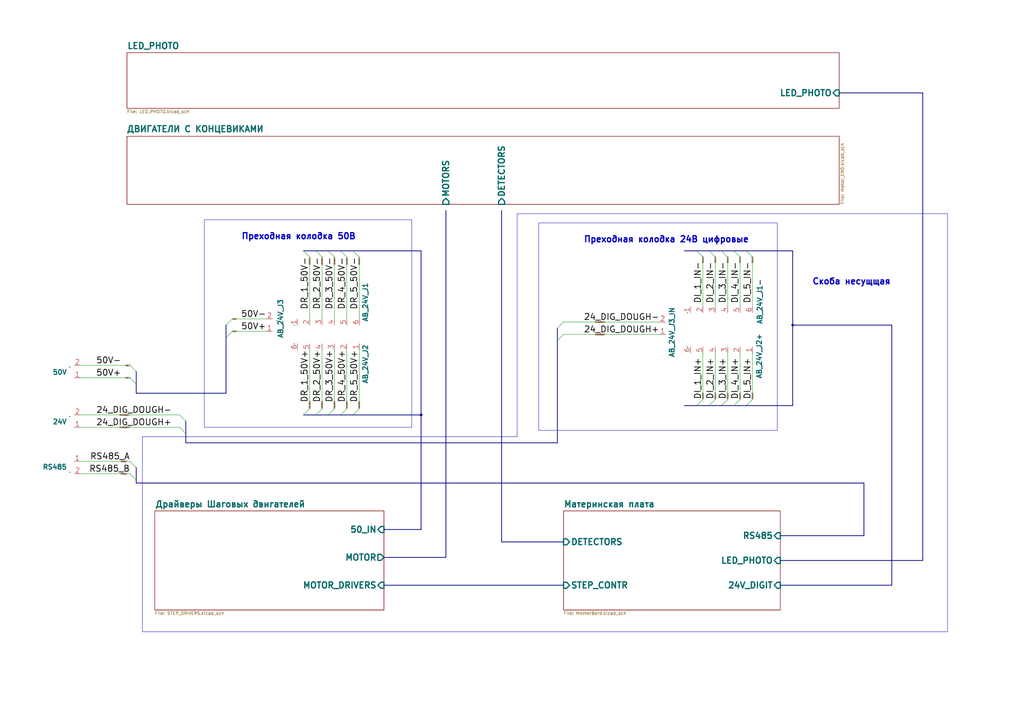
<source format=kicad_sch>
(kicad_sch (version 20231120) (generator "eeschema") (generator_version "8.0")
  (paper "A3")
  (lib_symbols
    (symbol "Connector:Conn_01x02_(wide)"
      (property "Reference" "J" (at 0 0 0))
      (symbol "Conn_01x02_(wide)_1_1"
        (pin input line (at -2.54 -5.08 0) (length 2.54) (name "") (number "1"))
        (pin input line (at -2.54 -10.16 0) (length 2.54) (name "") (number "2"))
      )
    )
    (symbol "Connector:Conn_01x06_(wide)"
      (property "Reference" "J" (at 0 0 0))
      (symbol "Conn_01x06_(wide)_1_1"
        (pin input line (at -2.54 -5.08 0) (length 2.54) (name "") (number "1"))
        (pin input line (at -2.54 -10.16 0) (length 2.54) (name "") (number "2"))
        (pin input line (at -2.54 -15.24 0) (length 2.54) (name "") (number "3"))
        (pin input line (at -2.54 -20.32 0) (length 2.54) (name "") (number "4"))
        (pin input line (at -2.54 -25.4 0) (length 2.54) (name "") (number "5"))
        (pin input line (at -2.54 -30.48 0) (length 2.54) (name "") (number "6"))
      )
    )
  )
  (junction (at 325.12 133.35))
  (junction (at 172.72 170.18))
  (bus_entry (at 288.29 105.41) (size -2.54 -2.54))
  (bus_entry (at 298.45 105.41) (size -2.54 -2.54))
  (bus_entry (at 92.71 138.43) (size 2.54 -2.54))
  (bus_entry (at 308.61 105.41) (size -2.54 -2.54))
  (bus_entry (at 127 105.41) (size -2.54 -2.54))
  (bus_entry (at 134.62 170.18) (size 2.54 -2.54))
  (bus_entry (at 303.53 105.41) (size -2.54 -2.54))
  (bus_entry (at 285.75 166.37) (size 2.54 -2.54))
  (bus_entry (at 147.32 105.41) (size -2.54 -2.54))
  (bus_entry (at 290.83 166.37) (size 2.54 -2.54))
  (bus_entry (at 73.66 175.26) (size 2.54 2.54))
  (bus_entry (at 295.91 166.37) (size 2.54 -2.54))
  (bus_entry (at 144.78 170.18) (size 2.54 -2.54))
  (bus_entry (at 92.71 133.35) (size 2.54 -2.54))
  (bus_entry (at 53.34 189.23) (size 2.54 2.54))
  (bus_entry (at 124.46 170.18) (size 2.54 -2.54))
  (bus_entry (at 293.37 105.41) (size -2.54 -2.54))
  (bus_entry (at 132.08 105.41) (size -2.54 -2.54))
  (bus_entry (at 137.16 105.41) (size -2.54 -2.54))
  (bus_entry (at 139.7 170.18) (size 2.54 -2.54))
  (bus_entry (at 53.34 194.31) (size 2.54 2.54))
  (bus_entry (at 129.54 170.18) (size 2.54 -2.54))
  (bus_entry (at 300.99 166.37) (size 2.54 -2.54))
  (bus_entry (at 228.6 134.62) (size 2.54 -2.54))
  (bus_entry (at 228.6 139.7) (size 2.54 -2.54))
  (bus_entry (at 142.24 105.41) (size -2.54 -2.54))
  (bus_entry (at 53.34 154.94) (size 2.54 2.54))
  (bus_entry (at 53.34 149.86) (size 2.54 2.54))
  (bus_entry (at 306.07 166.37) (size 2.54 -2.54))
  (bus_entry (at 73.66 170.18) (size 2.54 2.54))
  (wire (pts (xy 53.34 154.94) (xy 33.02 154.94)))
  (wire (pts (xy 303.53 125.73) (xy 303.53 105.41)))
  (wire (pts (xy 298.45 125.73) (xy 298.45 105.41)))
  (bus (pts (xy 228.6 139.7) (xy 228.6 181.61)))
  (wire (pts (xy 33.02 194.31) (xy 53.34 194.31)))
  (wire (pts (xy 137.16 130.81) (xy 137.16 105.41)))
  (wire (pts (xy 142.24 167.64) (xy 142.24 143.51)))
  (bus (pts (xy 365.76 133.35) (xy 365.76 240.03)))
  (polyline (pts (xy 388.62 259.08) (xy 388.62 87.63)))
  (wire (pts (xy 308.61 125.73) (xy 308.61 105.41)))
  (bus (pts (xy 290.83 102.87) (xy 285.75 102.87)))
  (bus (pts (xy 129.54 102.87) (xy 134.62 102.87)))
  (wire (pts (xy 33.02 170.18) (xy 73.66 170.18)))
  (wire (pts (xy 298.45 163.83) (xy 298.45 144.78)))
  (wire (pts (xy 127 167.64) (xy 127 143.51)))
  (bus (pts (xy 306.07 102.87) (xy 325.12 102.87)))
  (bus (pts (xy 55.88 191.77) (xy 55.88 196.85)))
  (bus (pts (xy 144.78 170.18) (xy 172.72 170.18)))
  (polyline (pts (xy 58.42 179.07) (xy 58.42 189.23)))
  (wire (pts (xy 231.14 137.16) (xy 270.51 137.16)))
  (bus (pts (xy 76.2 181.61) (xy 76.2 177.8)))
  (wire (pts (xy 33.02 189.23) (xy 53.34 189.23)))
  (bus (pts (xy 295.91 102.87) (xy 300.99 102.87)))
  (wire (pts (xy 95.25 135.89) (xy 109.22 135.89)))
  (bus (pts (xy 76.2 181.61) (xy 228.6 181.61)))
  (wire (pts (xy 132.08 167.64) (xy 132.08 143.51)))
  (bus (pts (xy 55.88 157.48) (xy 55.88 161.29)))
  (bus (pts (xy 325.12 133.35) (xy 365.76 133.35)))
  (bus (pts (xy 344.17 38.1) (xy 378.46 38.1)))
  (bus (pts (xy 231.14 222.25) (xy 205.74 222.25)))
  (bus (pts (xy 320.04 219.71) (xy 354.33 219.71)))
  (bus (pts (xy 306.07 166.37) (xy 325.12 166.37)))
  (wire (pts (xy 147.32 130.81) (xy 147.32 105.41)))
  (bus (pts (xy 378.46 38.1) (xy 378.46 229.87)))
  (wire (pts (xy 137.16 167.64) (xy 137.16 143.51)))
  (bus (pts (xy 92.71 133.35) (xy 92.71 138.43)))
  (bus (pts (xy 134.62 170.18) (xy 139.7 170.18)))
  (bus (pts (xy 55.88 152.4) (xy 55.88 157.48)))
  (bus (pts (xy 76.2 172.72) (xy 76.2 177.8)))
  (bus (pts (xy 295.91 166.37) (xy 290.83 166.37)))
  (bus (pts (xy 172.72 102.87) (xy 172.72 170.18)))
  (wire (pts (xy 308.61 163.83) (xy 308.61 144.78)))
  (bus (pts (xy 290.83 166.37) (xy 285.75 166.37)))
  (bus (pts (xy 124.46 170.18) (xy 129.54 170.18)))
  (bus (pts (xy 92.71 138.43) (xy 92.71 161.29)))
  (polyline (pts (xy 388.62 87.63) (xy 212.09 87.63)))
  (bus (pts (xy 157.48 228.6) (xy 182.88 228.6)))
  (polyline (pts (xy 58.42 259.08) (xy 388.62 259.08)))
  (bus (pts (xy 129.54 170.18) (xy 134.62 170.18)))
  (wire (pts (xy 293.37 163.83) (xy 293.37 144.78)))
  (bus (pts (xy 280.67 102.87) (xy 285.75 102.87)))
  (bus (pts (xy 295.91 166.37) (xy 300.99 166.37)))
  (bus (pts (xy 290.83 102.87) (xy 295.91 102.87)))
  (bus (pts (xy 325.12 133.35) (xy 325.12 166.37)))
  (wire (pts (xy 127 130.81) (xy 127 105.41)))
  (bus (pts (xy 134.62 102.87) (xy 139.7 102.87)))
  (polyline (pts (xy 212.09 87.63) (xy 212.09 179.07)))
  (wire (pts (xy 288.29 125.73) (xy 288.29 105.41)))
  (bus (pts (xy 55.88 161.29) (xy 92.71 161.29)))
  (bus (pts (xy 205.74 86.36) (xy 205.74 222.25)))
  (bus (pts (xy 300.99 166.37) (xy 306.07 166.37)))
  (bus (pts (xy 354.33 219.71) (xy 354.33 198.12)))
  (wire (pts (xy 303.53 163.83) (xy 303.53 144.78)))
  (wire (pts (xy 95.25 130.81) (xy 109.22 130.81)))
  (wire (pts (xy 142.24 130.81) (xy 142.24 105.41)))
  (bus (pts (xy 144.78 102.87) (xy 172.72 102.87)))
  (polyline (pts (xy 58.42 189.23) (xy 58.42 259.08)))
  (polyline (pts (xy 212.09 179.07) (xy 58.42 179.07)))
  (bus (pts (xy 139.7 170.18) (xy 144.78 170.18)))
  (wire (pts (xy 132.08 130.81) (xy 132.08 105.41)))
  (bus (pts (xy 172.72 217.17) (xy 157.48 217.17)))
  (bus (pts (xy 280.67 166.37) (xy 285.75 166.37)))
  (bus (pts (xy 172.72 170.18) (xy 172.72 217.17)))
  (bus (pts (xy 300.99 102.87) (xy 306.07 102.87)))
  (wire (pts (xy 231.14 132.08) (xy 270.51 132.08)))
  (bus (pts (xy 139.7 102.87) (xy 144.78 102.87)))
  (bus (pts (xy 378.46 229.87) (xy 320.04 229.87)))
  (bus (pts (xy 124.46 102.87) (xy 129.54 102.87)))
  (bus (pts (xy 228.6 139.7) (xy 228.6 134.62)))
  (wire (pts (xy 293.37 125.73) (xy 293.37 105.41)))
  (bus (pts (xy 365.76 240.03) (xy 320.04 240.03)))
  (bus (pts (xy 325.12 102.87) (xy 325.12 133.35)))
  (bus (pts (xy 55.88 198.12) (xy 354.33 198.12)))
  (wire (pts (xy 147.32 167.64) (xy 147.32 143.51)))
  (bus (pts (xy 182.88 86.36) (xy 182.88 228.6)))
  (bus (pts (xy 55.88 196.85) (xy 55.88 198.12)))
  (bus (pts (xy 157.48 240.03) (xy 231.14 240.03)))
  (wire (pts (xy 73.66 175.26) (xy 33.02 175.26)))
  (wire (pts (xy 288.29 163.83) (xy 288.29 144.78)))
  (wire (pts (xy 53.34 149.86) (xy 33.02 149.86)))
  (rectangle (start 220.98 91.44) (end 318.77 176.53))
  (rectangle (start 83.82 175.26) (end 168.91 90.17))
  (text "Скоба несущщая" (at 349.25 115.57 0) (effects (font (size 2.5 2.5) (thickness 0.5) (bold yes))))
  (text "Преходная колодка 50В " (at 123.444 97.028 0) (effects (font (size 2.5 2.5) (thickness 0.5) (bold yes))))
  (text "Преходная колодка 24В цифровые" (at 273.304 98.298 0) (effects (font (size 2.5 2.5) (thickness 0.5) (bold yes))))
  (label "DR_4_50V-" (at 142.24 127 90) (effects (font (size 2.5 2.5) (thickness 0.3125))))
  (label "DR_1_50V+" (at 127 143.51 270) (effects (font (size 2.5 2.5) (thickness 0.3125))))
  (label "DI_2_IN-" (at 293.37 124.46 90) (effects (font (size 2.5 2.5) (thickness 0.3125))))
  (label "24_DIG_DOUGH-" (at 270.51 132.08 180) (effects (font (size 2.5 2.5) (thickness 0.3125))))
  (label "DI_3_IN+" (at 298.45 163.83 90) (effects (font (size 2.5 2.5) (thickness 0.3125))))
  (label "DR_2_50V-" (at 132.08 127 90) (effects (font (size 2.5 2.5) (thickness 0.3125))))
  (label "DR_5_50V+" (at 147.32 143.51 270) (effects (font (size 2.5 2.5) (thickness 0.3125))))
  (label "DR_2_50V+" (at 132.08 143.51 270) (effects (font (size 2.5 2.5) (thickness 0.3125))))
  (label "RS485_A" (at 53.34 189.23 180) (effects (font (size 2.5 2.5) (thickness 0.3125))))
  (label "50V+" (at 109.22 135.89 180) (effects (font (size 2.5 2.5) (thickness 0.3125))))
  (label "DI_2_IN+" (at 293.37 163.83 90) (effects (font (size 2.5 2.5) (thickness 0.3125))))
  (label "RS485_B" (at 53.34 194.31 180) (effects (font (size 2.5 2.5) (thickness 0.3125))))
  (label "DI_4_IN-" (at 303.53 124.46 90) (effects (font (size 2.5 2.5) (thickness 0.3125))))
  (label "DI_5_IN-" (at 308.61 124.46 90) (effects (font (size 2.5 2.5) (thickness 0.3125))))
  (label "DR_4_50V+" (at 142.24 143.51 270) (effects (font (size 2.5 2.5) (thickness 0.3125))))
  (label "50V-" (at 39.37 149.86 0) (effects (font (size 2.5 2.5) (thickness 0.3125))))
  (label "24_DIG_DOUGH+" (at 270.51 137.16 180) (effects (font (size 2.5 2.5) (thickness 0.3125))))
  (label "DR_3_50V+" (at 137.16 143.51 270) (effects (font (size 2.5 2.5) (thickness 0.3125))))
  (label "24_DIG_DOUGH+" (at 39.37 175.26 0) (effects (font (size 2.5 2.5) (thickness 0.3125))))
  (label "DI_1_IN+" (at 288.29 163.83 90) (effects (font (size 2.5 2.5) (thickness 0.3125))))
  (label "50V-" (at 109.22 130.81 180) (effects (font (size 2.5 2.5) (thickness 0.3125))))
  (label "24_DIG_DOUGH-" (at 39.37 170.18 0) (effects (font (size 2.5 2.5) (thickness 0.3125))))
  (label "DR_5_50V-" (at 147.32 127 90) (effects (font (size 2.5 2.5) (thickness 0.3125))))
  (label "DI_5_IN+" (at 308.61 163.83 90) (effects (font (size 2.5 2.5) (thickness 0.3125))))
  (label "DR_3_50V-" (at 137.16 127 90) (effects (font (size 2.5 2.5) (thickness 0.3125))))
  (label "DI_3_IN-" (at 298.45 124.46 90) (effects (font (size 2.5 2.5) (thickness 0.3125))))
  (label "50V+" (at 39.37 154.94 0) (effects (font (size 2.5 2.5) (thickness 0.3125))))
  (label "DI_1_IN-" (at 288.29 124.46 90) (effects (font (size 2.5 2.5) (thickness 0.3125))))
  (label "DI_4_IN+" (at 303.53 163.83 90) (effects (font (size 2.5 2.5) (thickness 0.3125))))
  (label "DR_1_50V-" (at 127 127 90) (effects (font (size 2.5 2.5) (thickness 0.3125))))
  (global_label "DR_3_50V+" (shape input) (at 137.16 167.64 90) (effects (font (size 0.3 0.3))) (property "Intersheetrefs" "${INTERSHEET_REFS}" (effects (hide yes))))
  (global_label "DR_1_50V-" (shape input) (at 127 105.41 270) (effects (font (size 0.3 0.3))) (property "Intersheetrefs" "${INTERSHEET_REFS}" (effects (hide yes))))
  (global_label "DC_2_IN+" (shape input) (at 293.37 163.83 90) (effects (font (size 0.3 0.3))) (property "Intersheetrefs" "${INTERSHEET_REFS}" (effects (hide yes))))
  (global_label "DR_3_50V-" (shape input) (at 137.16 105.41 270) (effects (font (size 0.3 0.3))) (property "Intersheetrefs" "${INTERSHEET_REFS}" (effects (hide yes))))
  (global_label "DR_5_50V-" (shape input) (at 147.32 105.41 270) (effects (font (size 0.3 0.3))) (property "Intersheetrefs" "${INTERSHEET_REFS}" (effects (hide yes))))
  (global_label "50V-" (shape input) (at 95.25 130.81 0) (effects (font (size 0.3 0.3))) (property "Intersheetrefs" "${INTERSHEET_REFS}" (effects (hide yes))))
  (global_label "24_DIG_DOUGH-" (shape input) (at 53.34 170.18 180) (effects (font (size 0.3 0.3))) (property "Intersheetrefs" "${INTERSHEET_REFS}" (effects (hide yes))))
  (global_label "DR_4_50V+" (shape input) (at 142.24 167.64 90) (effects (font (size 0.3 0.3))) (property "Intersheetrefs" "${INTERSHEET_REFS}" (effects (hide yes))))
  (global_label "DC_1_IN-" (shape input) (at 288.29 107.95 90) (effects (font (size 0.3 0.3))) (property "Intersheetrefs" "${INTERSHEET_REFS}" (effects (hide yes))))
  (global_label "DR_4_50V-" (shape input) (at 142.24 105.41 270) (effects (font (size 0.3 0.3))) (property "Intersheetrefs" "${INTERSHEET_REFS}" (effects (hide yes))))
  (global_label "24_DIG_DOUGH+" (shape input) (at 53.34 175.26 180) (effects (font (size 0.3 0.3))) (property "Intersheetrefs" "${INTERSHEET_REFS}" (effects (hide yes))))
  (global_label "DC_4_IN+" (shape input) (at 308.61 163.83 90) (effects (font (size 0.3 0.3))) (property "Intersheetrefs" "${INTERSHEET_REFS}" (effects (hide yes))))
  (global_label "DR_5_50V+" (shape input) (at 147.32 167.64 90) (effects (font (size 0.3 0.3))) (property "Intersheetrefs" "${INTERSHEET_REFS}" (effects (hide yes))))
  (global_label "50V+" (shape input) (at 53.34 154.94 180) (effects (font (size 0.3 0.3))) (property "Intersheetrefs" "${INTERSHEET_REFS}" (effects (hide yes))))
  (global_label "RS485_A" (shape input) (at 52.07 189.23 180) (effects (font (size 0.3 0.3))) (property "Intersheetrefs" "${INTERSHEET_REFS}" (effects (hide yes))))
  (global_label "50V+" (shape input) (at 95.25 135.89 0) (effects (font (size 0.3 0.3))) (property "Intersheetrefs" "${INTERSHEET_REFS}" (effects (hide yes))))
  (global_label "24_DIG_DOUGH-" (shape input) (at 243.84 132.08 0) (effects (font (size 0.3 0.3))) (property "Intersheetrefs" "${INTERSHEET_REFS}" (effects (hide yes))))
  (global_label "RS485_B" (shape input) (at 52.07 194.31 180) (effects (font (size 0.3 0.3))) (property "Intersheetrefs" "${INTERSHEET_REFS}" (effects (hide yes))))
  (global_label "DC_3_IN-" (shape input) (at 298.45 107.95 90) (effects (font (size 0.3 0.3))) (property "Intersheetrefs" "${INTERSHEET_REFS}" (effects (hide yes))))
  (global_label "DC_4_IN-" (shape input) (at 308.61 107.95 90) (effects (font (size 0.3 0.3))) (property "Intersheetrefs" "${INTERSHEET_REFS}" (effects (hide yes))))
  (global_label "DC_1_IN+" (shape input) (at 288.29 163.83 90) (effects (font (size 0.3 0.3))) (property "Intersheetrefs" "${INTERSHEET_REFS}" (effects (hide yes))))
  (global_label "DC_2_IN-" (shape input) (at 293.37 107.95 90) (effects (font (size 0.3 0.3))) (property "Intersheetrefs" "${INTERSHEET_REFS}" (effects (hide yes))))
  (global_label "DR_2_50V-" (shape input) (at 132.08 105.41 270) (effects (font (size 0.3 0.3))) (property "Intersheetrefs" "${INTERSHEET_REFS}" (effects (hide yes))))
  (global_label "DR_1_50V+" (shape input) (at 127 167.64 90) (effects (font (size 0.3 0.3))) (property "Intersheetrefs" "${INTERSHEET_REFS}" (effects (hide yes))))
  (global_label "DC_4_IN-" (shape input) (at 303.53 107.95 90) (effects (font (size 0.3 0.3))) (property "Intersheetrefs" "${INTERSHEET_REFS}" (effects (hide yes))))
  (global_label "24_DIG_DOUGH+" (shape input) (at 243.84 137.16 0) (effects (font (size 0.3 0.3))) (property "Intersheetrefs" "${INTERSHEET_REFS}" (effects (hide yes))))
  (global_label "DR_2_50V+" (shape input) (at 132.08 167.64 90) (effects (font (size 0.3 0.3))) (property "Intersheetrefs" "${INTERSHEET_REFS}" (effects (hide yes))))
  (global_label "50V-" (shape input) (at 53.34 149.86 180) (effects (font (size 0.3 0.3))) (property "Intersheetrefs" "${INTERSHEET_REFS}" (effects (hide yes))))
  (global_label "DC_4_IN+" (shape input) (at 303.53 163.83 90) (effects (font (size 0.3 0.3))) (property "Intersheetrefs" "${INTERSHEET_REFS}" (effects (hide yes))))
  (global_label "DC_3_IN+" (shape input) (at 298.45 163.83 90) (effects (font (size 0.3 0.3))) (property "Intersheetrefs" "${INTERSHEET_REFS}" (effects (hide yes))))
  (symbol (lib_id "Connector:Conn_01x06_(wide)") (at 116.84 133.35 90) (mirror x) (unit 1)
    (property "Reference" "AB_24V_J1" (at 149.86 123.952 0) (effects (font (size 2 2) (thickness 0.4) (bold yes))))
    (property "Value" "~" (at 120.65 133.35 0))
  )
  (symbol (lib_id "Connector:Conn_01x02_(wide)") (at 111.76 140.97 0) (mirror x) (unit 1)
    (property "Reference" "AB_24V_J3" (at 115.062 122.428 90) (effects (font (size 2 2) (thickness 0.4) (bold yes)) (justify left)))
    (property "Value" "~" (at 113.03 131.445 0) (effects (justify left)))
  )
  (symbol (lib_id "Connector:Conn_01x02_(wide)") (at 30.48 180.34 180) (unit 1)
    (property "Reference" "24V" (at 27.686 172.974 0) (effects (font (size 2 2) (thickness 0.4) (bold yes)) (justify left)))
    (property "Value" "~" (at 29.21 170.815 0) (effects (justify left)))
  )
  (symbol (lib_id "Connector:Conn_01x06_(wide)") (at 278.13 128.27 90) (mirror x) (unit 1)
    (property "Reference" "AB_24V_J1-" (at 311.658 123.698 0) (effects (font (size 2 2) (thickness 0.4) (bold yes))))
    (property "Value" "~" (at 281.94 128.27 0))
  )
  (symbol (lib_id "Connector:Conn_01x02_(wide)") (at 30.48 184.15 0) (mirror y) (unit 1)
    (property "Reference" "RS485" (at 27.686 191.516 0) (effects (font (size 2 2) (thickness 0.4) (bold yes)) (justify left)))
    (property "Value" "~" (at 29.21 193.675 0) (effects (justify left)))
  )
  (symbol (lib_id "Connector:Conn_01x06_(wide)") (at 313.69 142.24 270) (mirror x) (unit 1)
    (property "Reference" "AB_24V_J2+" (at 311.404 146.05 0) (effects (font (size 2 2) (thickness 0.4) (bold yes))))
    (property "Value" "~" (at 281.94 142.24 0))
  )
  (symbol (lib_id "Connector:Conn_01x02_(wide)") (at 30.48 160.02 180) (unit 1)
    (property "Reference" "50V" (at 27.686 152.654 0) (effects (font (size 2 2) (thickness 0.4) (bold yes)) (justify left)))
    (property "Value" "~" (at 29.21 150.495 0) (effects (justify left)))
  )
  (symbol (lib_id "Connector:Conn_01x02_(wide)") (at 273.05 142.24 0) (mirror x) (unit 1)
    (property "Reference" "AB_24V_J3_IN" (at 275.59 125.73 90) (effects (font (size 2 2) (thickness 0.4) (bold yes)) (justify left)))
    (property "Value" "~" (at 274.32 132.715 0) (effects (justify left)))
  )
  (symbol (lib_id "Connector:Conn_01x06_(wide)") (at 152.4 140.97 270) (mirror x) (unit 1)
    (property "Reference" "AB_24V_J2" (at 149.86 149.352 0) (effects (font (size 2 2) (thickness 0.4) (bold yes))))
    (property "Value" "~" (at 120.65 140.97 0))
  )
  (sheet (at -77.47 119.38) (size 26.67 24.13) (stroke (width 0.1524))
    (property "Sheetname" "Connection_Table4" (at -77.47 118.6684 0) (effects (justify left bottom)))
    (property "Sheetfile" "Connection_Table4.kicad_sch" (at -77.47 144.0946 0) (effects (justify left top)))
  )
  (sheet (at 52.07 55.88) (size 292.1 27.94) (stroke (width 0.1524))
    (property "Sheetname" "ДВИГАТЕЛИ С КОНЦЕВИКАМИ" (at 51.816 54.356 0) (effects (font (size 2.5 2.5) (thickness 0.5) (bold yes)) (justify left bottom)))
    (property "Sheetfile" "motor_END.kicad_sch" (at 344.7546 83.82 90) (effects (justify left top)))
    (pin "DETECTORS" input (at 205.74 83.82 270) (effects (font (size 2.5 2.5) (thickness 0.5) (bold yes))))
    (pin "MOTORS" input (at 182.88 83.82 270) (effects (font (size 2.5 2.5) (thickness 0.5) (bold yes))))
  )
  (sheet (at 63.5 209.55) (size 93.98 40.64) (stroke (width 0.1524))
    (property "Sheetname" "Драйверы Шаговых двигателей" (at 63.5 208.2234 0) (effects (font (size 2.5 2.5) (thickness 0.5) (bold yes)) (justify left bottom)))
    (property "Sheetfile" "STEP_DRIVERS.kicad_sch" (at 63.5 250.7746 0) (effects (justify left top)))
    (pin "MOTOR_DRIVERS" input (at 157.48 240.03 0) (effects (font (size 2.5 2.5) (thickness 0.5) (bold yes))))
    (pin "50_IN" input (at 157.48 217.17 0) (effects (font (size 2.5 2.5) (thickness 0.5) (bold yes))))
    (pin "MOTOR" output (at 157.48 228.6 0) (effects (font (size 2.5 2.5) (thickness 0.5) (bold yes))))
  )
  (sheet (at 52.07 21.59) (size 292.1 22.86) (stroke (width 0.1524))
    (property "Sheetname" "LED_PHOTO" (at 52.07 20.2634 0) (effects (font (size 2.5 2.5) (thickness 0.5) (bold yes)) (justify left bottom)))
    (property "Sheetfile" "LED_PHOTO.kicad_sch" (at 52.07 45.0346 0) (effects (justify left top)))
    (pin "LED_PHOTO" input (at 344.17 38.1 0) (effects (font (size 2.5 2.5) (thickness 0.5) (bold yes))))
  )
  (sheet (at 231.14 209.55) (size 88.9 40.64) (stroke (width 0.1524))
    (property "Sheetname" "Материнская плата" (at 231.14 208.2234 0) (effects (font (size 2.5 2.5) (thickness 0.5) (bold yes)) (justify left bottom)))
    (property "Sheetfile" "MotherBord.kicad_sch" (at 231.14 250.7746 0) (effects (justify left top)))
    (pin "DETECTORS" input (at 231.14 222.25 180) (effects (font (size 2.5 2.5) (thickness 0.5) (bold yes))))
    (pin "RS485" input (at 320.04 219.71 0) (effects (font (size 2.5 2.5) (thickness 0.5) (bold yes))))
    (pin "LED_PHOTO" input (at 320.04 229.87 0) (effects (font (size 2.5 2.5) (thickness 0.5) (bold yes))))
    (pin "24V_DIGIT" input (at 320.04 240.03 0) (effects (font (size 2.5 2.5) (thickness 0.5) (bold yes))))
    (pin "STEP_CONTR" input (at 231.14 240.03 180) (effects (font (size 2.5 2.5) (thickness 0.5) (bold yes))))
  )
  (sheet (at -78.74 83.82) (size 26.67 24.13) (stroke (width 0.1524))
    (property "Sheetname" "Connection_Table3" (at -78.74 83.1084 0) (effects (justify left bottom)))
    (property "Sheetfile" "Connection_Table3.kicad_sch" (at -78.74 108.5346 0) (effects (justify left top)))
  )
  (sheet (at -80.01 46.99) (size 26.67 24.13) (stroke (width 0.1524))
    (property "Sheetname" "Connection_Table2" (at -80.01 46.2784 0) (effects (justify left bottom)))
    (property "Sheetfile" "Connection_Table2.kicad_sch" (at -80.01 71.7046 0) (effects (justify left top)))
  )
  (sheet (at -67.31 161.29) (size 26.67 24.13) (stroke (width 0.1524))
    (property "Sheetname" "Connection_Table5" (at -67.31 160.5784 0) (effects (justify left bottom)))
    (property "Sheetfile" "Connection_Table5.kicad_sch" (at -67.31 186.0046 0) (effects (justify left top)))
  )
  (sheet (at -81.28 6.35) (size 26.67 24.13) (stroke (width 0.1524))
    (property "Sheetname" "Connection_Table1" (at -81.28 5.6384 0) (effects (justify left bottom)))
    (property "Sheetfile" "Connection_Table1.kicad_sch" (at -81.28 31.0646 0) (effects (justify left top)))
  )
)
</source>
